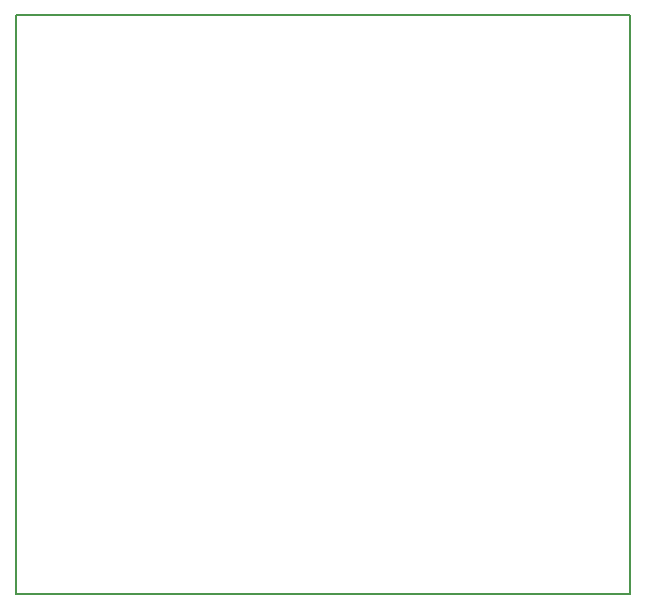
<source format=gbr>
G04 #@! TF.GenerationSoftware,KiCad,Pcbnew,no-vcs-found-24a9003~58~ubuntu16.04.1*
G04 #@! TF.CreationDate,2017-03-06T17:54:42+02:00*
G04 #@! TF.ProjectId,line-interface,6C696E652D696E746572666163652E6B,rev?*
G04 #@! TF.FileFunction,Profile,NP*
%FSLAX46Y46*%
G04 Gerber Fmt 4.6, Leading zero omitted, Abs format (unit mm)*
G04 Created by KiCad (PCBNEW no-vcs-found-24a9003~58~ubuntu16.04.1) date Mon Mar  6 17:54:42 2017*
%MOMM*%
%LPD*%
G01*
G04 APERTURE LIST*
%ADD10C,0.100000*%
%ADD11C,0.150000*%
G04 APERTURE END LIST*
D10*
D11*
X152000000Y-100000000D02*
X100000000Y-100000000D01*
X152000000Y-149000000D02*
X152000000Y-100000000D01*
X100000000Y-149000000D02*
X152000000Y-149000000D01*
X100000000Y-100000000D02*
X100000000Y-149000000D01*
M02*

</source>
